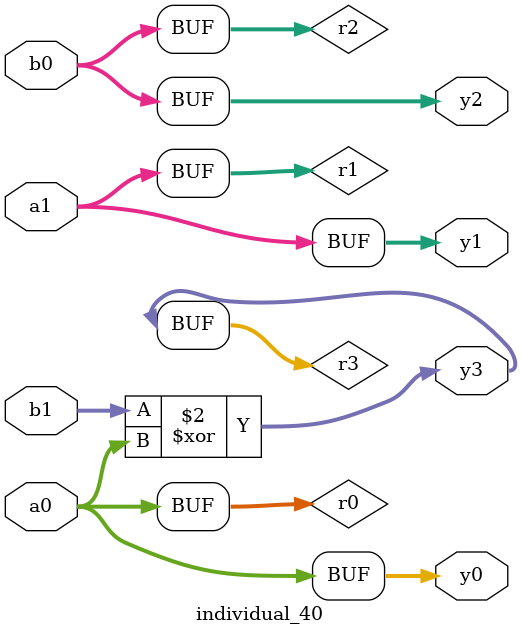
<source format=sv>
module individual_40(input logic [15:0] a1, input logic [15:0] a0, input logic [15:0] b1, input logic [15:0] b0, output logic [15:0] y3, output logic [15:0] y2, output logic [15:0] y1, output logic [15:0] y0);
logic [15:0] r0, r1, r2, r3; 
 always@(*) begin 
	 r0 = a0; r1 = a1; r2 = b0; r3 = b1; 
 	 r3  ^=  a0 ;
 	 y3 = r3; y2 = r2; y1 = r1; y0 = r0; 
end
endmodule
</source>
